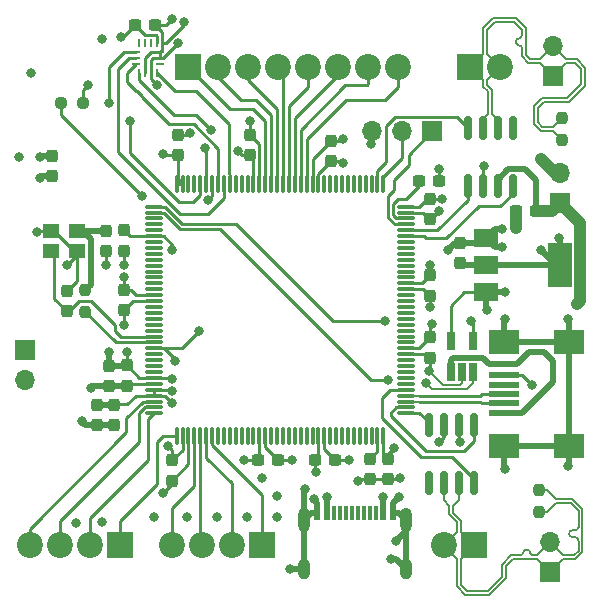
<source format=gbr>
%TF.GenerationSoftware,KiCad,Pcbnew,7.0.7*%
%TF.CreationDate,2024-03-18T15:08:08-05:00*%
%TF.ProjectId,rev2,72657632-2e6b-4696-9361-645f70636258,rev?*%
%TF.SameCoordinates,Original*%
%TF.FileFunction,Copper,L1,Top*%
%TF.FilePolarity,Positive*%
%FSLAX46Y46*%
G04 Gerber Fmt 4.6, Leading zero omitted, Abs format (unit mm)*
G04 Created by KiCad (PCBNEW 7.0.7) date 2024-03-18 15:08:08*
%MOMM*%
%LPD*%
G01*
G04 APERTURE LIST*
G04 Aperture macros list*
%AMRoundRect*
0 Rectangle with rounded corners*
0 $1 Rounding radius*
0 $2 $3 $4 $5 $6 $7 $8 $9 X,Y pos of 4 corners*
0 Add a 4 corners polygon primitive as box body*
4,1,4,$2,$3,$4,$5,$6,$7,$8,$9,$2,$3,0*
0 Add four circle primitives for the rounded corners*
1,1,$1+$1,$2,$3*
1,1,$1+$1,$4,$5*
1,1,$1+$1,$6,$7*
1,1,$1+$1,$8,$9*
0 Add four rect primitives between the rounded corners*
20,1,$1+$1,$2,$3,$4,$5,0*
20,1,$1+$1,$4,$5,$6,$7,0*
20,1,$1+$1,$6,$7,$8,$9,0*
20,1,$1+$1,$8,$9,$2,$3,0*%
G04 Aperture macros list end*
%TA.AperFunction,SMDPad,CuDef*%
%ADD10RoundRect,0.075000X-0.662500X-0.075000X0.662500X-0.075000X0.662500X0.075000X-0.662500X0.075000X0*%
%TD*%
%TA.AperFunction,SMDPad,CuDef*%
%ADD11RoundRect,0.075000X-0.075000X-0.662500X0.075000X-0.662500X0.075000X0.662500X-0.075000X0.662500X0*%
%TD*%
%TA.AperFunction,SMDPad,CuDef*%
%ADD12RoundRect,0.237500X-0.237500X0.300000X-0.237500X-0.300000X0.237500X-0.300000X0.237500X0.300000X0*%
%TD*%
%TA.AperFunction,SMDPad,CuDef*%
%ADD13RoundRect,0.237500X0.237500X-0.300000X0.237500X0.300000X-0.237500X0.300000X-0.237500X-0.300000X0*%
%TD*%
%TA.AperFunction,SMDPad,CuDef*%
%ADD14RoundRect,0.237500X-0.250000X-0.237500X0.250000X-0.237500X0.250000X0.237500X-0.250000X0.237500X0*%
%TD*%
%TA.AperFunction,SMDPad,CuDef*%
%ADD15R,2.500000X0.500000*%
%TD*%
%TA.AperFunction,SMDPad,CuDef*%
%ADD16R,2.500000X2.000000*%
%TD*%
%TA.AperFunction,SMDPad,CuDef*%
%ADD17RoundRect,0.150000X0.150000X-0.825000X0.150000X0.825000X-0.150000X0.825000X-0.150000X-0.825000X0*%
%TD*%
%TA.AperFunction,SMDPad,CuDef*%
%ADD18RoundRect,0.237500X-0.237500X0.250000X-0.237500X-0.250000X0.237500X-0.250000X0.237500X0.250000X0*%
%TD*%
%TA.AperFunction,SMDPad,CuDef*%
%ADD19RoundRect,0.237500X0.300000X0.237500X-0.300000X0.237500X-0.300000X-0.237500X0.300000X-0.237500X0*%
%TD*%
%TA.AperFunction,SMDPad,CuDef*%
%ADD20R,1.400000X1.200000*%
%TD*%
%TA.AperFunction,SMDPad,CuDef*%
%ADD21R,2.000000X1.500000*%
%TD*%
%TA.AperFunction,SMDPad,CuDef*%
%ADD22R,2.000000X3.800000*%
%TD*%
%TA.AperFunction,SMDPad,CuDef*%
%ADD23RoundRect,0.237500X-0.300000X-0.237500X0.300000X-0.237500X0.300000X0.237500X-0.300000X0.237500X0*%
%TD*%
%TA.AperFunction,SMDPad,CuDef*%
%ADD24R,0.650000X1.560000*%
%TD*%
%TA.AperFunction,SMDPad,CuDef*%
%ADD25RoundRect,0.150000X-0.150000X0.825000X-0.150000X-0.825000X0.150000X-0.825000X0.150000X0.825000X0*%
%TD*%
%TA.AperFunction,SMDPad,CuDef*%
%ADD26RoundRect,0.237500X0.237500X-0.250000X0.237500X0.250000X-0.237500X0.250000X-0.237500X-0.250000X0*%
%TD*%
%TA.AperFunction,SMDPad,CuDef*%
%ADD27R,0.300000X1.150000*%
%TD*%
%TA.AperFunction,SMDPad,CuDef*%
%ADD28R,0.600000X1.150000*%
%TD*%
%TA.AperFunction,ComponentPad*%
%ADD29O,1.000000X2.100000*%
%TD*%
%TA.AperFunction,ComponentPad*%
%ADD30O,1.000000X1.800000*%
%TD*%
%TA.AperFunction,SMDPad,CuDef*%
%ADD31R,0.250000X0.675000*%
%TD*%
%TA.AperFunction,SMDPad,CuDef*%
%ADD32R,0.675000X0.250000*%
%TD*%
%TA.AperFunction,ComponentPad*%
%ADD33R,2.200000X2.200000*%
%TD*%
%TA.AperFunction,ComponentPad*%
%ADD34C,2.200000*%
%TD*%
%TA.AperFunction,ComponentPad*%
%ADD35R,1.700000X1.700000*%
%TD*%
%TA.AperFunction,ComponentPad*%
%ADD36O,1.700000X1.700000*%
%TD*%
%TA.AperFunction,ViaPad*%
%ADD37C,0.800000*%
%TD*%
%TA.AperFunction,Conductor*%
%ADD38C,0.250000*%
%TD*%
%TA.AperFunction,Conductor*%
%ADD39C,0.500000*%
%TD*%
%TA.AperFunction,Conductor*%
%ADD40C,0.127000*%
%TD*%
%TA.AperFunction,Conductor*%
%ADD41C,1.000000*%
%TD*%
%TA.AperFunction,Conductor*%
%ADD42C,0.200000*%
%TD*%
%TA.AperFunction,Conductor*%
%ADD43C,0.286000*%
%TD*%
%TA.AperFunction,Conductor*%
%ADD44C,0.129300*%
%TD*%
%TA.AperFunction,Conductor*%
%ADD45C,0.350000*%
%TD*%
G04 APERTURE END LIST*
D10*
%TO.P,U1,1,PE2*%
%TO.N,/STMPS2151STR_EN*%
X123195500Y-90310000D03*
%TO.P,U1,2,PE3*%
%TO.N,/STMPS2151STR_FAULT*%
X123195500Y-90810000D03*
%TO.P,U1,3,PE4*%
%TO.N,unconnected-(U1-PE4-Pad3)*%
X123195500Y-91310000D03*
%TO.P,U1,4,PE5*%
%TO.N,unconnected-(U1-PE5-Pad4)*%
X123195500Y-91810000D03*
%TO.P,U1,5,PE6*%
%TO.N,unconnected-(U1-PE6-Pad5)*%
X123195500Y-92310000D03*
%TO.P,U1,6,VBAT*%
%TO.N,+3.3V*%
X123195500Y-92810000D03*
%TO.P,U1,7,PC13*%
%TO.N,unconnected-(U1-PC13-Pad7)*%
X123195500Y-93310000D03*
%TO.P,U1,8,PC14*%
%TO.N,unconnected-(U1-PC14-Pad8)*%
X123195500Y-93810000D03*
%TO.P,U1,9,PC15*%
%TO.N,unconnected-(U1-PC15-Pad9)*%
X123195500Y-94310000D03*
%TO.P,U1,10,PF0*%
%TO.N,unconnected-(U1-PF0-Pad10)*%
X123195500Y-94810000D03*
%TO.P,U1,11,PF1*%
%TO.N,unconnected-(U1-PF1-Pad11)*%
X123195500Y-95310000D03*
%TO.P,U1,12,PF2*%
%TO.N,unconnected-(U1-PF2-Pad12)*%
X123195500Y-95810000D03*
%TO.P,U1,13,PF3*%
%TO.N,unconnected-(U1-PF3-Pad13)*%
X123195500Y-96310000D03*
%TO.P,U1,14,PF4*%
%TO.N,unconnected-(U1-PF4-Pad14)*%
X123195500Y-96810000D03*
%TO.P,U1,15,PF5*%
%TO.N,unconnected-(U1-PF5-Pad15)*%
X123195500Y-97310000D03*
%TO.P,U1,16,VSS*%
%TO.N,GND*%
X123195500Y-97810000D03*
%TO.P,U1,17,VDD*%
%TO.N,+3.3V*%
X123195500Y-98310000D03*
%TO.P,U1,18,PF6*%
%TO.N,unconnected-(U1-PF6-Pad18)*%
X123195500Y-98810000D03*
%TO.P,U1,19,PF7*%
%TO.N,unconnected-(U1-PF7-Pad19)*%
X123195500Y-99310000D03*
%TO.P,U1,20,PF8*%
%TO.N,unconnected-(U1-PF8-Pad20)*%
X123195500Y-99810000D03*
%TO.P,U1,21,PF9*%
%TO.N,unconnected-(U1-PF9-Pad21)*%
X123195500Y-100310000D03*
%TO.P,U1,22,PF10*%
%TO.N,unconnected-(U1-PF10-Pad22)*%
X123195500Y-100810000D03*
%TO.P,U1,23,PH0*%
%TO.N,/HSE_IN*%
X123195500Y-101310000D03*
%TO.P,U1,24,PH1*%
%TO.N,/HSE_OUT*%
X123195500Y-101810000D03*
%TO.P,U1,25,NRST*%
%TO.N,NRST*%
X123195500Y-102310000D03*
%TO.P,U1,26,PC0*%
%TO.N,unconnected-(U1-PC0-Pad26)*%
X123195500Y-102810000D03*
%TO.P,U1,27,PC1*%
%TO.N,unconnected-(U1-PC1-Pad27)*%
X123195500Y-103310000D03*
%TO.P,U1,28,PC2*%
%TO.N,unconnected-(U1-PC2-Pad28)*%
X123195500Y-103810000D03*
%TO.P,U1,29,PC3*%
%TO.N,unconnected-(U1-PC3-Pad29)*%
X123195500Y-104310000D03*
%TO.P,U1,30,VDD*%
%TO.N,+3.3V*%
X123195500Y-104810000D03*
%TO.P,U1,31,VSSA*%
%TO.N,GND*%
X123195500Y-105310000D03*
%TO.P,U1,32,VREF+*%
%TO.N,+3.3V*%
X123195500Y-105810000D03*
%TO.P,U1,33,VDDA*%
X123195500Y-106310000D03*
%TO.P,U1,34,PA0*%
%TO.N,linpot1*%
X123195500Y-106810000D03*
%TO.P,U1,35,PA1*%
%TO.N,linpot2*%
X123195500Y-107310000D03*
%TO.P,U1,36,PA2*%
%TO.N,linpot3*%
X123195500Y-107810000D03*
D11*
%TO.P,U1,37,PA3*%
%TO.N,linpot4*%
X125108000Y-109722500D03*
%TO.P,U1,38,VSS*%
%TO.N,GND*%
X125608000Y-109722500D03*
%TO.P,U1,39,VDD*%
%TO.N,+3.3V*%
X126108000Y-109722500D03*
%TO.P,U1,40,PA4*%
%TO.N,A1*%
X126608000Y-109722500D03*
%TO.P,U1,41,PA5*%
%TO.N,A2*%
X127108000Y-109722500D03*
%TO.P,U1,42,PA6*%
%TO.N,A3*%
X127608000Y-109722500D03*
%TO.P,U1,43,PA7*%
%TO.N,A4*%
X128108000Y-109722500D03*
%TO.P,U1,44,PC4*%
%TO.N,unconnected-(U1-PC4-Pad44)*%
X128608000Y-109722500D03*
%TO.P,U1,45,PC5*%
%TO.N,unconnected-(U1-PC5-Pad45)*%
X129108000Y-109722500D03*
%TO.P,U1,46,PB0*%
%TO.N,unconnected-(U1-PB0-Pad46)*%
X129608000Y-109722500D03*
%TO.P,U1,47,PB1*%
%TO.N,unconnected-(U1-PB1-Pad47)*%
X130108000Y-109722500D03*
%TO.P,U1,48,PB2*%
%TO.N,unconnected-(U1-PB2-Pad48)*%
X130608000Y-109722500D03*
%TO.P,U1,49,PF11*%
%TO.N,unconnected-(U1-PF11-Pad49)*%
X131108000Y-109722500D03*
%TO.P,U1,50,PF12*%
%TO.N,unconnected-(U1-PF12-Pad50)*%
X131608000Y-109722500D03*
%TO.P,U1,51,VSS*%
%TO.N,GND*%
X132108000Y-109722500D03*
%TO.P,U1,52,VDD*%
%TO.N,+3.3V*%
X132608000Y-109722500D03*
%TO.P,U1,53,PF13*%
%TO.N,unconnected-(U1-PF13-Pad53)*%
X133108000Y-109722500D03*
%TO.P,U1,54,PF14*%
%TO.N,unconnected-(U1-PF14-Pad54)*%
X133608000Y-109722500D03*
%TO.P,U1,55,PF15*%
%TO.N,unconnected-(U1-PF15-Pad55)*%
X134108000Y-109722500D03*
%TO.P,U1,56,PG0*%
%TO.N,unconnected-(U1-PG0-Pad56)*%
X134608000Y-109722500D03*
%TO.P,U1,57,PG1*%
%TO.N,unconnected-(U1-PG1-Pad57)*%
X135108000Y-109722500D03*
%TO.P,U1,58,PE7*%
%TO.N,unconnected-(U1-PE7-Pad58)*%
X135608000Y-109722500D03*
%TO.P,U1,59,PE8*%
%TO.N,unconnected-(U1-PE8-Pad59)*%
X136108000Y-109722500D03*
%TO.P,U1,60,PE9*%
%TO.N,unconnected-(U1-PE9-Pad60)*%
X136608000Y-109722500D03*
%TO.P,U1,61,VSS*%
%TO.N,GND*%
X137108000Y-109722500D03*
%TO.P,U1,62,VDD*%
%TO.N,+3.3V*%
X137608000Y-109722500D03*
%TO.P,U1,63,PE10*%
%TO.N,unconnected-(U1-PE10-Pad63)*%
X138108000Y-109722500D03*
%TO.P,U1,64,PE11*%
%TO.N,unconnected-(U1-PE11-Pad64)*%
X138608000Y-109722500D03*
%TO.P,U1,65,PE12*%
%TO.N,unconnected-(U1-PE12-Pad65)*%
X139108000Y-109722500D03*
%TO.P,U1,66,PE13*%
%TO.N,unconnected-(U1-PE13-Pad66)*%
X139608000Y-109722500D03*
%TO.P,U1,67,PE14*%
%TO.N,unconnected-(U1-PE14-Pad67)*%
X140108000Y-109722500D03*
%TO.P,U1,68,PE15*%
%TO.N,unconnected-(U1-PE15-Pad68)*%
X140608000Y-109722500D03*
%TO.P,U1,69,PB10*%
%TO.N,unconnected-(U1-PB10-Pad69)*%
X141108000Y-109722500D03*
%TO.P,U1,70,PB11*%
%TO.N,unconnected-(U1-PB11-Pad70)*%
X141608000Y-109722500D03*
%TO.P,U1,71,VCAP_1*%
%TO.N,Net-(U1-VCAP_1)*%
X142108000Y-109722500D03*
%TO.P,U1,72,VDD*%
%TO.N,+3.3V*%
X142608000Y-109722500D03*
D10*
%TO.P,U1,73,PB12*%
%TO.N,CAN2_RX*%
X144520500Y-107810000D03*
%TO.P,U1,74,PB13*%
%TO.N,CAN2_TX*%
X144520500Y-107310000D03*
%TO.P,U1,75,PB14*%
%TO.N,USB-*%
X144520500Y-106810000D03*
%TO.P,U1,76,PB15*%
%TO.N,USB+*%
X144520500Y-106310000D03*
%TO.P,U1,77,PD8*%
%TO.N,/Silent Mode 2*%
X144520500Y-105810000D03*
%TO.P,U1,78,PD9*%
%TO.N,unconnected-(U1-PD9-Pad78)*%
X144520500Y-105310000D03*
%TO.P,U1,79,PD10*%
%TO.N,unconnected-(U1-PD10-Pad79)*%
X144520500Y-104810000D03*
%TO.P,U1,80,PD11*%
%TO.N,unconnected-(U1-PD11-Pad80)*%
X144520500Y-104310000D03*
%TO.P,U1,81,PD12*%
%TO.N,unconnected-(U1-PD12-Pad81)*%
X144520500Y-103810000D03*
%TO.P,U1,82,PD13*%
%TO.N,unconnected-(U1-PD13-Pad82)*%
X144520500Y-103310000D03*
%TO.P,U1,83,VSS*%
%TO.N,GND*%
X144520500Y-102810000D03*
%TO.P,U1,84,VDD*%
%TO.N,+3.3V*%
X144520500Y-102310000D03*
%TO.P,U1,85,PD14*%
%TO.N,unconnected-(U1-PD14-Pad85)*%
X144520500Y-101810000D03*
%TO.P,U1,86,PD15*%
%TO.N,unconnected-(U1-PD15-Pad86)*%
X144520500Y-101310000D03*
%TO.P,U1,87,PG2*%
%TO.N,unconnected-(U1-PG2-Pad87)*%
X144520500Y-100810000D03*
%TO.P,U1,88,PG3*%
%TO.N,unconnected-(U1-PG3-Pad88)*%
X144520500Y-100310000D03*
%TO.P,U1,89,PG4*%
%TO.N,unconnected-(U1-PG4-Pad89)*%
X144520500Y-99810000D03*
%TO.P,U1,90,PG5*%
%TO.N,unconnected-(U1-PG5-Pad90)*%
X144520500Y-99310000D03*
%TO.P,U1,91,PG6*%
%TO.N,unconnected-(U1-PG6-Pad91)*%
X144520500Y-98810000D03*
%TO.P,U1,92,PG7*%
%TO.N,unconnected-(U1-PG7-Pad92)*%
X144520500Y-98310000D03*
%TO.P,U1,93,PG8*%
%TO.N,unconnected-(U1-PG8-Pad93)*%
X144520500Y-97810000D03*
%TO.P,U1,94,VSS*%
%TO.N,GND*%
X144520500Y-97310000D03*
%TO.P,U1,95,VDD*%
%TO.N,+3.3V*%
X144520500Y-96810000D03*
%TO.P,U1,96,PC6*%
%TO.N,unconnected-(U1-PC6-Pad96)*%
X144520500Y-96310000D03*
%TO.P,U1,97,PC7*%
%TO.N,unconnected-(U1-PC7-Pad97)*%
X144520500Y-95810000D03*
%TO.P,U1,98,PC8*%
%TO.N,unconnected-(U1-PC8-Pad98)*%
X144520500Y-95310000D03*
%TO.P,U1,99,PC9*%
%TO.N,unconnected-(U1-PC9-Pad99)*%
X144520500Y-94810000D03*
%TO.P,U1,100,PA8*%
%TO.N,unconnected-(U1-PA8-Pad100)*%
X144520500Y-94310000D03*
%TO.P,U1,101,PA9*%
%TO.N,unconnected-(U1-PA9-Pad101)*%
X144520500Y-93810000D03*
%TO.P,U1,102,PA10*%
%TO.N,unconnected-(U1-PA10-Pad102)*%
X144520500Y-93310000D03*
%TO.P,U1,103,PA11*%
%TO.N,CAN1_RX*%
X144520500Y-92810000D03*
%TO.P,U1,104,PA12*%
%TO.N,CAN1_TX*%
X144520500Y-92310000D03*
%TO.P,U1,105,PA13*%
%TO.N,SYS_JTMS_SWDIO*%
X144520500Y-91810000D03*
%TO.P,U1,106,VCAP_2*%
%TO.N,Net-(U1-VCAP_2)*%
X144520500Y-91310000D03*
%TO.P,U1,107,VSS*%
%TO.N,GND*%
X144520500Y-90810000D03*
%TO.P,U1,108,VDD*%
%TO.N,+3.3V*%
X144520500Y-90310000D03*
D11*
%TO.P,U1,109,PA14*%
%TO.N,SYS_JTCK_SWCLK*%
X142608000Y-88397500D03*
%TO.P,U1,110,PA15*%
%TO.N,/Silent Mode 1*%
X142108000Y-88397500D03*
%TO.P,U1,111,PC10*%
%TO.N,unconnected-(U1-PC10-Pad111)*%
X141608000Y-88397500D03*
%TO.P,U1,112,PC11*%
%TO.N,unconnected-(U1-PC11-Pad112)*%
X141108000Y-88397500D03*
%TO.P,U1,113,PC12*%
%TO.N,unconnected-(U1-PC12-Pad113)*%
X140608000Y-88397500D03*
%TO.P,U1,114,PD0*%
%TO.N,unconnected-(U1-PD0-Pad114)*%
X140108000Y-88397500D03*
%TO.P,U1,115,PD1*%
%TO.N,unconnected-(U1-PD1-Pad115)*%
X139608000Y-88397500D03*
%TO.P,U1,116,PD2*%
%TO.N,unconnected-(U1-PD2-Pad116)*%
X139108000Y-88397500D03*
%TO.P,U1,117,PD3*%
%TO.N,unconnected-(U1-PD3-Pad117)*%
X138608000Y-88397500D03*
%TO.P,U1,118,PD4*%
%TO.N,unconnected-(U1-PD4-Pad118)*%
X138108000Y-88397500D03*
%TO.P,U1,119,PD5*%
%TO.N,unconnected-(U1-PD5-Pad119)*%
X137608000Y-88397500D03*
%TO.P,U1,120,VSS*%
%TO.N,GND*%
X137108000Y-88397500D03*
%TO.P,U1,121,VDD*%
%TO.N,+3.3V*%
X136608000Y-88397500D03*
%TO.P,U1,122,PD6*%
%TO.N,GPIO7*%
X136108000Y-88397500D03*
%TO.P,U1,123,PD7*%
%TO.N,GPIO8*%
X135608000Y-88397500D03*
%TO.P,U1,124,PG9*%
%TO.N,GPIO1*%
X135108000Y-88397500D03*
%TO.P,U1,125,PG10*%
%TO.N,GPIO2*%
X134608000Y-88397500D03*
%TO.P,U1,126,PG11*%
%TO.N,GPIO3*%
X134108000Y-88397500D03*
%TO.P,U1,127,PG12*%
%TO.N,GPIO4*%
X133608000Y-88397500D03*
%TO.P,U1,128,PG13*%
%TO.N,GPIO5*%
X133108000Y-88397500D03*
%TO.P,U1,129,PG14*%
%TO.N,GPIO6*%
X132608000Y-88397500D03*
%TO.P,U1,130,VSS*%
%TO.N,GND*%
X132108000Y-88397500D03*
%TO.P,U1,131,VDD*%
%TO.N,+3.3V*%
X131608000Y-88397500D03*
%TO.P,U1,132,PG15*%
%TO.N,unconnected-(U1-PG15-Pad132)*%
X131108000Y-88397500D03*
%TO.P,U1,133,PB3*%
%TO.N,SYS_JTDO_SWO*%
X130608000Y-88397500D03*
%TO.P,U1,134,PB4*%
%TO.N,unconnected-(U1-PB4-Pad134)*%
X130108000Y-88397500D03*
%TO.P,U1,135,PB5*%
%TO.N,/INT1*%
X129608000Y-88397500D03*
%TO.P,U1,136,PB6*%
%TO.N,/LSM_SCL*%
X129108000Y-88397500D03*
%TO.P,U1,137,PB7*%
%TO.N,/LSM_SDA*%
X128608000Y-88397500D03*
%TO.P,U1,138,BOOT0*%
%TO.N,BOOT0*%
X128108000Y-88397500D03*
%TO.P,U1,139,PB8*%
%TO.N,/LSM_SDO*%
X127608000Y-88397500D03*
%TO.P,U1,140,PB9*%
%TO.N,/LSM_CS*%
X127108000Y-88397500D03*
%TO.P,U1,141,PE0*%
%TO.N,unconnected-(U1-PE0-Pad141)*%
X126608000Y-88397500D03*
%TO.P,U1,142,PE1*%
%TO.N,unconnected-(U1-PE1-Pad142)*%
X126108000Y-88397500D03*
%TO.P,U1,143,PDR_ON*%
%TO.N,+3.3V*%
X125608000Y-88397500D03*
%TO.P,U1,144,VDD*%
X125108000Y-88397500D03*
%TD*%
D12*
%TO.P,C46,1*%
%TO.N,+3.3V*%
X146552500Y-101387500D03*
%TO.P,C46,2*%
%TO.N,GND*%
X146552500Y-103112500D03*
%TD*%
D13*
%TO.P,C45,1*%
%TO.N,+3.3V*%
X131318000Y-85952500D03*
%TO.P,C45,2*%
%TO.N,GND*%
X131318000Y-84227500D03*
%TD*%
%TO.P,C26,1*%
%TO.N,/HSE_IN*%
X115824000Y-99160500D03*
%TO.P,C26,2*%
%TO.N,GND*%
X115824000Y-97435500D03*
%TD*%
D14*
%TO.P,R1,1*%
%TO.N,BOOT0*%
X115316000Y-81534000D03*
%TO.P,R1,2*%
%TO.N,Net-(SW2-B)*%
X117141000Y-81534000D03*
%TD*%
D15*
%TO.P,J8,1,VBUS*%
%TO.N,/VBUS1*%
X152839000Y-107772000D03*
%TO.P,J8,2,D-*%
%TO.N,USB-*%
X152839000Y-106972000D03*
%TO.P,J8,3,D+*%
%TO.N,USB+*%
X152839000Y-106172000D03*
%TO.P,J8,4,ID*%
%TO.N,unconnected-(J8-ID-Pad4)*%
X152839000Y-105372000D03*
%TO.P,J8,5,GND*%
%TO.N,GND*%
X152839000Y-104572000D03*
D16*
%TO.P,J8,6,Shield*%
X152839000Y-110572000D03*
X158339000Y-110572000D03*
X152839000Y-101772000D03*
X158339000Y-101772000D03*
%TD*%
D13*
%TO.P,C38,1*%
%TO.N,+3.3V*%
X120650000Y-99060000D03*
%TO.P,C38,2*%
%TO.N,GND*%
X120650000Y-97335000D03*
%TD*%
D17*
%TO.P,U2,1,TXD*%
%TO.N,CAN1_TX*%
X149733000Y-88581000D03*
%TO.P,U2,2,GND*%
%TO.N,GND*%
X151003000Y-88581000D03*
%TO.P,U2,3,VCC*%
%TO.N,+5V*%
X152273000Y-88581000D03*
%TO.P,U2,4,RXD*%
%TO.N,CAN1_RX*%
X153543000Y-88581000D03*
%TO.P,U2,5,NC*%
%TO.N,unconnected-(U2-NC-Pad5)*%
X153543000Y-83631000D03*
%TO.P,U2,6,CANL*%
%TO.N,/CAN1-*%
X152273000Y-83631000D03*
%TO.P,U2,7,CANH*%
%TO.N,/CAN1+*%
X151003000Y-83631000D03*
%TO.P,U2,8,S*%
%TO.N,/Silent Mode 1*%
X149733000Y-83631000D03*
%TD*%
D13*
%TO.P,C29,1*%
%TO.N,+3.3V*%
X149098000Y-95096500D03*
%TO.P,C29,2*%
%TO.N,GND*%
X149098000Y-93371500D03*
%TD*%
D18*
%TO.P,R5,1*%
%TO.N,/CAN2-*%
X155750000Y-114337500D03*
%TO.P,R5,2*%
%TO.N,/CAN2+*%
X155750000Y-116162500D03*
%TD*%
D19*
%TO.P,C44,1*%
%TO.N,+3.3V*%
X138525000Y-111732000D03*
%TO.P,C44,2*%
%TO.N,GND*%
X136800000Y-111732000D03*
%TD*%
D12*
%TO.P,C49,1*%
%TO.N,+3.3V*%
X119837200Y-107087500D03*
%TO.P,C49,2*%
%TO.N,GND*%
X119837200Y-108812500D03*
%TD*%
D20*
%TO.P,Y1,1,1*%
%TO.N,/HSE_IN*%
X114470000Y-94068000D03*
%TO.P,Y1,2,2*%
%TO.N,GND*%
X116670000Y-94068000D03*
%TO.P,Y1,3,3*%
%TO.N,Net-(C27-Pad1)*%
X116670000Y-92368000D03*
%TO.P,Y1,4,4*%
%TO.N,GND*%
X114470000Y-92368000D03*
%TD*%
D13*
%TO.P,C32,1*%
%TO.N,+3.3V*%
X125222000Y-85952500D03*
%TO.P,C32,2*%
%TO.N,GND*%
X125222000Y-84227500D03*
%TD*%
D19*
%TO.P,C28,1*%
%TO.N,+5V*%
X155548500Y-90678000D03*
%TO.P,C28,2*%
%TO.N,GND*%
X153823500Y-90678000D03*
%TD*%
D12*
%TO.P,C41,1*%
%TO.N,+3.3V*%
X146552500Y-96137500D03*
%TO.P,C41,2*%
%TO.N,GND*%
X146552500Y-97862500D03*
%TD*%
D21*
%TO.P,U5,1,GND*%
%TO.N,GND*%
X151282000Y-92950000D03*
%TO.P,U5,2,VO*%
%TO.N,+3.3V*%
X151282000Y-95250000D03*
D22*
X157582000Y-95250000D03*
D21*
%TO.P,U5,3,VI*%
%TO.N,+5V*%
X151282000Y-97550000D03*
%TD*%
D19*
%TO.P,C24,1*%
%TO.N,GND*%
X123290500Y-74930000D03*
%TO.P,C24,2*%
%TO.N,+3.3V*%
X121565500Y-74930000D03*
%TD*%
D23*
%TO.P,C22,1*%
%TO.N,Net-(U1-VCAP_2)*%
X145589500Y-88110000D03*
%TO.P,C22,2*%
%TO.N,GND*%
X147314500Y-88110000D03*
%TD*%
D12*
%TO.P,C30,1*%
%TO.N,+3.3V*%
X146558000Y-89637500D03*
%TO.P,C30,2*%
%TO.N,GND*%
X146558000Y-91362500D03*
%TD*%
%TO.P,C21,1*%
%TO.N,Net-(U1-VCAP_1)*%
X141478000Y-111659500D03*
%TO.P,C21,2*%
%TO.N,GND*%
X141478000Y-113384500D03*
%TD*%
D13*
%TO.P,C42,1*%
%TO.N,+3.3V*%
X124714000Y-113511500D03*
%TO.P,C42,2*%
%TO.N,GND*%
X124714000Y-111786500D03*
%TD*%
D19*
%TO.P,C33,1*%
%TO.N,+3.3V*%
X133699000Y-111732000D03*
%TO.P,C33,2*%
%TO.N,GND*%
X131974000Y-111732000D03*
%TD*%
D12*
%TO.P,C48,1*%
%TO.N,+3.3V*%
X118364000Y-107087500D03*
%TO.P,C48,2*%
%TO.N,GND*%
X118364000Y-108812500D03*
%TD*%
%TO.P,C39,1*%
%TO.N,+3.3V*%
X120898500Y-103757500D03*
%TO.P,C39,2*%
%TO.N,GND*%
X120898500Y-105482500D03*
%TD*%
D13*
%TO.P,C23,1*%
%TO.N,NRST*%
X114554000Y-87730500D03*
%TO.P,C23,2*%
%TO.N,GND*%
X114554000Y-86005500D03*
%TD*%
D12*
%TO.P,C31,1*%
%TO.N,+3.3V*%
X120644500Y-92327500D03*
%TO.P,C31,2*%
%TO.N,GND*%
X120644500Y-94052500D03*
%TD*%
%TO.P,C43,1*%
%TO.N,+3.3V*%
X143002000Y-111659500D03*
%TO.P,C43,2*%
%TO.N,GND*%
X143002000Y-113384500D03*
%TD*%
D24*
%TO.P,U6,1,OUT*%
%TO.N,/VBUS1*%
X148300000Y-104350000D03*
%TO.P,U6,2,GND*%
%TO.N,GND*%
X149250000Y-104350000D03*
%TO.P,U6,3,FAULT*%
%TO.N,/STMPS2151STR_FAULT*%
X150200000Y-104350000D03*
%TO.P,U6,4,EN*%
%TO.N,/STMPS2151STR_EN*%
X150200000Y-101650000D03*
%TO.P,U6,5,VIN*%
%TO.N,+5V*%
X148300000Y-101650000D03*
%TD*%
D12*
%TO.P,C40,1*%
%TO.N,+3.3V*%
X138176000Y-84735500D03*
%TO.P,C40,2*%
%TO.N,GND*%
X138176000Y-86460500D03*
%TD*%
D25*
%TO.P,U3,1,TXD*%
%TO.N,CAN2_TX*%
X150241000Y-108777000D03*
%TO.P,U3,2,GND*%
%TO.N,GND*%
X148971000Y-108777000D03*
%TO.P,U3,3,VCC*%
%TO.N,+5V*%
X147701000Y-108777000D03*
%TO.P,U3,4,RXD*%
%TO.N,CAN2_RX*%
X146431000Y-108777000D03*
%TO.P,U3,5,NC*%
%TO.N,unconnected-(U3-NC-Pad5)*%
X146431000Y-113727000D03*
%TO.P,U3,6,CANL*%
%TO.N,/CAN2-*%
X147701000Y-113727000D03*
%TO.P,U3,7,CANH*%
%TO.N,/CAN2+*%
X148971000Y-113727000D03*
%TO.P,U3,8,S*%
%TO.N,/Silent Mode 2*%
X150241000Y-113727000D03*
%TD*%
D26*
%TO.P,R4,1*%
%TO.N,/CAN1-*%
X157750000Y-84662500D03*
%TO.P,R4,2*%
%TO.N,/CAN1+*%
X157750000Y-82837500D03*
%TD*%
%TO.P,R3,1*%
%TO.N,/HSE_OUT*%
X117348000Y-99210500D03*
%TO.P,R3,2*%
%TO.N,Net-(C27-Pad1)*%
X117348000Y-97385500D03*
%TD*%
D12*
%TO.P,C47,1*%
%TO.N,+3.3V*%
X119380000Y-103785500D03*
%TO.P,C47,2*%
%TO.N,GND*%
X119380000Y-105510500D03*
%TD*%
%TO.P,C27,1*%
%TO.N,Net-(C27-Pad1)*%
X119126000Y-92355500D03*
%TO.P,C27,2*%
%TO.N,GND*%
X119126000Y-94080500D03*
%TD*%
D27*
%TO.P,J9,A5,CC1*%
%TO.N,unconnected-(J9-CC1-PadA5)*%
X138958000Y-116244000D03*
%TO.P,J9,A6*%
%TO.N,N/C*%
X139958000Y-116244000D03*
%TO.P,J9,A7*%
X140458000Y-116244000D03*
%TO.P,J9,A8*%
X141458000Y-116244000D03*
D28*
%TO.P,J9,A9,VBUS*%
%TO.N,+5V*%
X142608000Y-116244000D03*
%TO.P,J9,A12,GND*%
%TO.N,GND*%
X143408000Y-116244000D03*
D27*
%TO.P,J9,B5,CC2*%
%TO.N,unconnected-(J9-CC2-PadB5)*%
X141958000Y-116244000D03*
%TO.P,J9,B6*%
%TO.N,N/C*%
X140958000Y-116244000D03*
%TO.P,J9,B7*%
X139458000Y-116244000D03*
%TO.P,J9,B8*%
X138458000Y-116244000D03*
D28*
%TO.P,J9,B9,VBUS*%
%TO.N,+5V*%
X137808000Y-116244000D03*
%TO.P,J9,B12,GND*%
%TO.N,GND*%
X137008000Y-116244000D03*
D29*
%TO.P,J9,S1,SHIELD*%
X135888000Y-116819000D03*
D30*
X135888000Y-120999000D03*
D29*
X144528000Y-116819000D03*
D30*
X144528000Y-120999000D03*
%TD*%
D31*
%TO.P,U4,1,SD0*%
%TO.N,/LSM_SDO*%
X121932000Y-78986500D03*
%TO.P,U4,2,SDX*%
%TO.N,GND*%
X122432000Y-78986500D03*
%TO.P,U4,3,SCX*%
X122932000Y-78986500D03*
%TO.P,U4,4,INT1*%
%TO.N,/INT1*%
X123432000Y-78986500D03*
D32*
%TO.P,U4,5,VDDIO*%
%TO.N,unconnected-(U4-VDDIO-Pad5)*%
X123694500Y-78224000D03*
%TO.P,U4,6,GND*%
%TO.N,GND*%
X123694500Y-77724000D03*
%TO.P,U4,7,GND*%
X123694500Y-77224000D03*
D31*
%TO.P,U4,8,VDD*%
%TO.N,+3.3V*%
X123432000Y-76461500D03*
%TO.P,U4,9,INT2*%
%TO.N,unconnected-(U4-INT2-Pad9)*%
X122932000Y-76461500D03*
%TO.P,U4,10,OCS_AUX*%
%TO.N,unconnected-(U4-OCS_AUX-Pad10)*%
X122432000Y-76461500D03*
%TO.P,U4,11,SDO_AUX*%
%TO.N,unconnected-(U4-SDO_AUX-Pad11)*%
X121932000Y-76461500D03*
D32*
%TO.P,U4,12,CS*%
%TO.N,/LSM_CS*%
X121669500Y-77224000D03*
%TO.P,U4,13,SCL*%
%TO.N,/LSM_SCL*%
X121669500Y-77724000D03*
%TO.P,U4,14,SDA*%
%TO.N,/LSM_SDA*%
X121669500Y-78224000D03*
%TD*%
D33*
%TO.P,J2,1,Pin_1*%
%TO.N,/CAN1+*%
X149980000Y-78500000D03*
D34*
%TO.P,J2,2,Pin_2*%
%TO.N,/CAN1-*%
X152520000Y-78500000D03*
%TD*%
D35*
%TO.P,J3,1,Pin_1*%
%TO.N,/CAN2-*%
X156750000Y-121275000D03*
D36*
%TO.P,J3,2,Pin_2*%
%TO.N,/CAN2+*%
X156750000Y-118735000D03*
%TD*%
D33*
%TO.P,J6,1,Pin_1*%
%TO.N,linpot4*%
X120269000Y-118999000D03*
D34*
%TO.P,J6,2,Pin_2*%
%TO.N,linpot3*%
X117729000Y-118999000D03*
%TO.P,J6,3,Pin_3*%
%TO.N,linpot2*%
X115189000Y-118999000D03*
%TO.P,J6,4,Pin_4*%
%TO.N,linpot1*%
X112649000Y-118999000D03*
%TD*%
D35*
%TO.P,J5,1,Pin_1*%
%TO.N,+3.3V*%
X112268000Y-102407800D03*
D36*
%TO.P,J5,2,Pin_2*%
%TO.N,GND*%
X112268000Y-104947800D03*
%TD*%
D33*
%TO.P,J4,1,Pin_1*%
%TO.N,/CAN2+*%
X150270000Y-119000000D03*
D34*
%TO.P,J4,2,Pin_2*%
%TO.N,/CAN2-*%
X147730000Y-119000000D03*
%TD*%
D35*
%TO.P,J12,1,Pin_1*%
%TO.N,+5V*%
X157581600Y-89971800D03*
D36*
%TO.P,J12,2,Pin_2*%
%TO.N,GND*%
X157581600Y-87431800D03*
%TD*%
D35*
%TO.P,J1,1,Pin_1*%
%TO.N,/CAN1-*%
X157000000Y-79275000D03*
D36*
%TO.P,J1,2,Pin_2*%
%TO.N,/CAN1+*%
X157000000Y-76735000D03*
%TD*%
D33*
%TO.P,J10,1,Pin_1*%
%TO.N,GPIO6*%
X126090000Y-78500000D03*
D34*
%TO.P,J10,2,Pin_2*%
%TO.N,GPIO5*%
X128630000Y-78500000D03*
%TO.P,J10,3,Pin_3*%
%TO.N,GPIO4*%
X131170000Y-78500000D03*
%TO.P,J10,4,Pin_4*%
%TO.N,GPIO3*%
X133710000Y-78500000D03*
%TO.P,J10,5,Pin_5*%
%TO.N,GPIO2*%
X136250000Y-78500000D03*
%TO.P,J10,6,Pin_6*%
%TO.N,GPIO1*%
X138790000Y-78500000D03*
%TO.P,J10,7,Pin_7*%
%TO.N,GPIO8*%
X141330000Y-78500000D03*
%TO.P,J10,8,Pin_8*%
%TO.N,GPIO7*%
X143870000Y-78500000D03*
%TD*%
D33*
%TO.P,J7,1,Pin_1*%
%TO.N,A4*%
X132290000Y-119000000D03*
D34*
%TO.P,J7,2,Pin_2*%
%TO.N,A3*%
X129750000Y-119000000D03*
%TO.P,J7,3,Pin_3*%
%TO.N,A2*%
X127210000Y-119000000D03*
%TO.P,J7,4,Pin_4*%
%TO.N,A1*%
X124670000Y-119000000D03*
%TD*%
D35*
%TO.P,J11,1,Pin_1*%
%TO.N,SYS_JTMS_SWDIO*%
X146761200Y-83921600D03*
D36*
%TO.P,J11,2,Pin_2*%
%TO.N,SYS_JTCK_SWCLK*%
X144221200Y-83921600D03*
%TO.P,J11,3,Pin_3*%
%TO.N,GND*%
X141681200Y-83921600D03*
%TD*%
D37*
%TO.N,GND*%
X143900000Y-114900000D03*
X120650000Y-95250000D03*
X143256000Y-120142000D03*
X123190000Y-116586000D03*
X152908000Y-99822000D03*
X118750000Y-117000000D03*
X113284000Y-92456000D03*
X125730000Y-74676000D03*
X132334000Y-113284000D03*
X140462000Y-113538000D03*
X135940800Y-114198400D03*
X118818130Y-76142498D03*
X141579600Y-84988400D03*
X136700000Y-115100000D03*
X146558000Y-98806000D03*
X124714000Y-74422000D03*
X143662400Y-118618000D03*
X155956000Y-86258400D03*
X155194000Y-105410000D03*
X117856000Y-105664000D03*
X147320000Y-87122000D03*
X116586000Y-117094000D03*
X158242000Y-112268000D03*
X144018000Y-113284000D03*
X115824000Y-95250000D03*
X124392314Y-110595884D03*
X153822400Y-92100400D03*
X125984000Y-116586000D03*
X113538000Y-86106000D03*
X151130000Y-86868000D03*
X130810000Y-111760000D03*
X120650000Y-96266000D03*
X146500000Y-104250000D03*
X148082000Y-93980000D03*
X152654000Y-93726000D03*
X111760000Y-86106000D03*
X158242000Y-99822000D03*
X152908000Y-112522000D03*
X131064000Y-116586000D03*
X149098000Y-110236000D03*
X134721600Y-121005600D03*
X125222000Y-76454000D03*
X128524000Y-116586000D03*
X131318000Y-83058000D03*
X139192000Y-86614000D03*
X152654000Y-92202000D03*
X147320000Y-90678000D03*
X136906000Y-112776000D03*
X126238000Y-84074000D03*
X133604000Y-114808000D03*
X123437451Y-80016549D03*
X117103650Y-108448350D03*
X119126000Y-95250000D03*
X133604000Y-116586000D03*
%TO.N,NRST*%
X113538000Y-87884000D03*
X127000000Y-100838000D03*
X124968000Y-103378000D03*
%TO.N,+3.3V*%
X123952000Y-114554000D03*
X147574000Y-89662000D03*
X139192000Y-84582000D03*
X146750000Y-100250000D03*
X124718299Y-104906299D03*
X124714000Y-105918000D03*
X124709701Y-93984299D03*
X120396000Y-75946000D03*
X119380000Y-102616000D03*
X146558000Y-95250000D03*
X120904000Y-102616000D03*
X112776000Y-78994000D03*
X123952000Y-85852000D03*
X124714000Y-106934000D03*
X134874000Y-111760000D03*
X130302000Y-85598000D03*
X120650000Y-100330000D03*
X139700000Y-111760000D03*
X155956000Y-93980000D03*
X157480000Y-92964000D03*
X143510000Y-110744000D03*
%TO.N,+5V*%
X152908000Y-97536000D03*
X151384000Y-99060000D03*
X142544800Y-114909600D03*
X147320000Y-110236500D03*
X137871200Y-114858800D03*
X159004000Y-98552000D03*
%TO.N,BOOT0*%
X122174000Y-89408000D03*
X127770762Y-89728767D03*
%TO.N,Net-(SW2-B)*%
X117602000Y-80010000D03*
%TO.N,/STMPS2151STR_EN*%
X150000000Y-100000000D03*
X142750000Y-100000000D03*
%TO.N,/STMPS2151STR_FAULT*%
X146202400Y-105257600D03*
X143000000Y-105000000D03*
%TO.N,/LSM_SDO*%
X128024952Y-83811048D03*
X127508000Y-85344000D03*
%TO.N,/LSM_CS*%
X121158000Y-83058000D03*
X119380000Y-81534000D03*
%TD*%
D38*
%TO.N,Net-(U1-VCAP_1)*%
X142108000Y-111029500D02*
X142108000Y-109722500D01*
X141478000Y-111659500D02*
X142108000Y-111029500D01*
%TO.N,GND*%
X124714000Y-74422000D02*
X124206000Y-74930000D01*
X116670000Y-94068000D02*
X116670000Y-94404000D01*
X116670000Y-96589500D02*
X116670000Y-94068000D01*
D39*
X119374500Y-105516000D02*
X119380000Y-105510500D01*
D38*
X146000000Y-97310000D02*
X144520500Y-97310000D01*
X137108000Y-111424000D02*
X137108000Y-109722500D01*
X146635500Y-91362500D02*
X147320000Y-90678000D01*
X118390500Y-108786000D02*
X118364000Y-108812500D01*
D40*
X149250000Y-105257000D02*
X149097000Y-105410000D01*
D39*
X143408000Y-116244000D02*
X143953000Y-116244000D01*
D38*
X143002000Y-113384500D02*
X143917500Y-113384500D01*
X153823500Y-90678000D02*
X153823500Y-90524500D01*
D39*
X152839000Y-112453000D02*
X152908000Y-112522000D01*
D38*
X124206000Y-76454000D02*
X125730000Y-74930000D01*
X126084500Y-84227500D02*
X126238000Y-84074000D01*
X136800000Y-112670000D02*
X136906000Y-112776000D01*
D39*
X143408000Y-115392000D02*
X143900000Y-114900000D01*
D38*
X136800000Y-111732000D02*
X136800000Y-112670000D01*
X131974000Y-111732000D02*
X130838000Y-111732000D01*
D39*
X158339000Y-101772000D02*
X158339000Y-99919000D01*
D38*
X125624000Y-109738500D02*
X125608000Y-109722500D01*
D39*
X149098000Y-93371500D02*
X150860500Y-93371500D01*
X144528000Y-120999000D02*
X144528000Y-116819000D01*
D38*
X120650000Y-97335000D02*
X121211000Y-97335000D01*
X124714000Y-111786500D02*
X125608000Y-110892500D01*
X136800000Y-111732000D02*
X137108000Y-111424000D01*
D39*
X137008000Y-116244000D02*
X137008000Y-115408000D01*
D38*
X146480500Y-91362500D02*
X145928000Y-90810000D01*
D39*
X148082000Y-93980000D02*
X148690500Y-93371500D01*
D40*
X149097000Y-105410000D02*
X147660000Y-105410000D01*
D38*
X151003000Y-86995000D02*
X151130000Y-86868000D01*
D39*
X152839000Y-101772000D02*
X152839000Y-99891000D01*
D38*
X154356000Y-104572000D02*
X155194000Y-105410000D01*
D39*
X114554000Y-86005500D02*
X113638500Y-86005500D01*
X134728200Y-120999000D02*
X134721600Y-121005600D01*
X158339000Y-101772000D02*
X158339000Y-110572000D01*
D38*
X114720000Y-92368000D02*
X114470000Y-92368000D01*
X121211000Y-97335000D02*
X121686000Y-97810000D01*
X138176000Y-86460500D02*
X138022500Y-86460500D01*
X125222000Y-84227500D02*
X126084500Y-84227500D01*
D39*
X152839000Y-101772000D02*
X158339000Y-101772000D01*
D38*
X123882000Y-77036500D02*
X123694500Y-77224000D01*
D39*
X152839000Y-110572000D02*
X152839000Y-112453000D01*
D38*
X137108000Y-87528500D02*
X137108000Y-88397500D01*
X139038500Y-86460500D02*
X139192000Y-86614000D01*
D39*
X137008000Y-115408000D02*
X136700000Y-115100000D01*
D38*
X141478000Y-113384500D02*
X140615500Y-113384500D01*
X141681200Y-84886800D02*
X141579600Y-84988400D01*
X147314500Y-88110000D02*
X147314500Y-87127500D01*
X116670000Y-94068000D02*
X116420000Y-94068000D01*
X123195500Y-105310000D02*
X121071000Y-105310000D01*
X125730000Y-74930000D02*
X125730000Y-74676000D01*
X132118000Y-85027500D02*
X132118000Y-88387500D01*
X123082000Y-77724000D02*
X122932000Y-77874000D01*
D39*
X143256000Y-120142000D02*
X143671000Y-120142000D01*
D38*
X138176000Y-86460500D02*
X137108000Y-87528500D01*
X148971000Y-108777000D02*
X148971000Y-110109000D01*
X141681200Y-83921600D02*
X141681200Y-84886800D01*
X121686000Y-97810000D02*
X123195500Y-97810000D01*
D40*
X149250000Y-104350000D02*
X149250000Y-105257000D01*
D38*
X115824000Y-97435500D02*
X116670000Y-96589500D01*
X146552500Y-104197500D02*
X146500000Y-104250000D01*
D39*
X143408000Y-116244000D02*
X143408000Y-115392000D01*
X152030000Y-92202000D02*
X152654000Y-92202000D01*
D38*
X122928000Y-77224000D02*
X122432000Y-77720000D01*
D39*
X118009500Y-105510500D02*
X119380000Y-105510500D01*
X114457500Y-92355500D02*
X114470000Y-92368000D01*
D38*
X123882000Y-76454000D02*
X123882000Y-77036500D01*
X116670000Y-94404000D02*
X115824000Y-95250000D01*
X146558000Y-91362500D02*
X146480500Y-91362500D01*
X123952000Y-77724000D02*
X125222000Y-76454000D01*
D41*
X157581600Y-87431800D02*
X157129400Y-87431800D01*
D39*
X144528000Y-117752400D02*
X144528000Y-116819000D01*
D38*
X123694500Y-77724000D02*
X123952000Y-77724000D01*
X122932000Y-79511098D02*
X123437451Y-80016549D01*
X146558000Y-91540500D02*
X146558000Y-91186000D01*
D39*
X152058000Y-93726000D02*
X151282000Y-92950000D01*
D38*
X151003000Y-88581000D02*
X151003000Y-86995000D01*
X141478000Y-113384500D02*
X143002000Y-113384500D01*
D39*
X158339000Y-112171000D02*
X158242000Y-112268000D01*
X117312500Y-108812500D02*
X118364000Y-108812500D01*
D38*
X120644500Y-95244500D02*
X120650000Y-95250000D01*
D39*
X113638500Y-86005500D02*
X113538000Y-86106000D01*
X151282000Y-92950000D02*
X152030000Y-92202000D01*
D41*
X153823500Y-90678000D02*
X153823500Y-92099300D01*
D38*
X122932000Y-78986500D02*
X122932000Y-79511098D01*
D39*
X148690500Y-93371500D02*
X149098000Y-93371500D01*
X120898500Y-105482500D02*
X119408000Y-105482500D01*
D38*
X120644500Y-94052500D02*
X120644500Y-95244500D01*
X123694500Y-77224000D02*
X122928000Y-77224000D01*
D39*
X158339000Y-99919000D02*
X158242000Y-99822000D01*
X119408000Y-105482500D02*
X119380000Y-105510500D01*
X143671000Y-120142000D02*
X144528000Y-120999000D01*
D41*
X153823500Y-92099300D02*
X153822400Y-92100400D01*
D39*
X117103650Y-108603650D02*
X117312500Y-108812500D01*
D38*
X132118000Y-88387500D02*
X132108000Y-88397500D01*
X143917500Y-113384500D02*
X144018000Y-113284000D01*
X146552500Y-97862500D02*
X146000000Y-97310000D01*
X123882000Y-75521500D02*
X123882000Y-76454000D01*
X123694500Y-77224000D02*
X123694500Y-77724000D01*
X152839000Y-104572000D02*
X154356000Y-104572000D01*
X146552500Y-103112500D02*
X146552500Y-104197500D01*
X122432000Y-77720000D02*
X122432000Y-78986500D01*
X124714000Y-110917570D02*
X124392314Y-110595884D01*
D39*
X137008000Y-116244000D02*
X136463000Y-116244000D01*
X117103650Y-108448350D02*
X117103650Y-108603650D01*
D38*
X140615500Y-113384500D02*
X140462000Y-113538000D01*
X120650000Y-97335000D02*
X120650000Y-96266000D01*
X138176000Y-86460500D02*
X139038500Y-86460500D01*
X146552500Y-98800500D02*
X146558000Y-98806000D01*
D39*
X135888000Y-120999000D02*
X135888000Y-116819000D01*
D38*
X123290500Y-74930000D02*
X123882000Y-75521500D01*
X130838000Y-111732000D02*
X130810000Y-111760000D01*
D39*
X119837200Y-108812500D02*
X118364000Y-108812500D01*
D38*
X131974000Y-111732000D02*
X132108000Y-111598000D01*
D39*
X135888000Y-120999000D02*
X134728200Y-120999000D01*
D38*
X131318000Y-84227500D02*
X132118000Y-85027500D01*
X116420000Y-94068000D02*
X114720000Y-92368000D01*
D39*
X136463000Y-116244000D02*
X135888000Y-116819000D01*
D38*
X148971000Y-110109000D02*
X149098000Y-110236000D01*
X113372000Y-92368000D02*
X113284000Y-92456000D01*
X146552500Y-97862500D02*
X146552500Y-98800500D01*
X146250000Y-102810000D02*
X144520500Y-102810000D01*
X146558000Y-91362500D02*
X146635500Y-91362500D01*
X123882000Y-76454000D02*
X124206000Y-76454000D01*
X132108000Y-111598000D02*
X132108000Y-109722500D01*
X125608000Y-110892500D02*
X125608000Y-109722500D01*
X122932000Y-77874000D02*
X122932000Y-78986500D01*
X145928000Y-90810000D02*
X144520500Y-90810000D01*
D39*
X135888000Y-116819000D02*
X135888000Y-114251200D01*
X143953000Y-116244000D02*
X144528000Y-116819000D01*
X152839000Y-110572000D02*
X158339000Y-110572000D01*
D38*
X146552500Y-103112500D02*
X146250000Y-102810000D01*
D39*
X158339000Y-110572000D02*
X158339000Y-112171000D01*
D38*
X114470000Y-92368000D02*
X113372000Y-92368000D01*
X124206000Y-74930000D02*
X123290500Y-74930000D01*
X124714000Y-111786500D02*
X124714000Y-110917570D01*
D39*
X117856000Y-105664000D02*
X118009500Y-105510500D01*
D38*
X123694500Y-77724000D02*
X123082000Y-77724000D01*
X121071000Y-105310000D02*
X120898500Y-105482500D01*
X131318000Y-84227500D02*
X131318000Y-83058000D01*
D39*
X135888000Y-114251200D02*
X135940800Y-114198400D01*
D38*
X119126000Y-94080500D02*
X119126000Y-95250000D01*
D41*
X157129400Y-87431800D02*
X155956000Y-86258400D01*
D40*
X147660000Y-105410000D02*
X146500000Y-104250000D01*
D38*
X147314500Y-87127500D02*
X147320000Y-87122000D01*
D39*
X152839000Y-99891000D02*
X152908000Y-99822000D01*
X143662400Y-118618000D02*
X144528000Y-117752400D01*
X152654000Y-93726000D02*
X152058000Y-93726000D01*
D38*
%TO.N,Net-(U1-VCAP_2)*%
X144520500Y-91310000D02*
X143717315Y-91310000D01*
X144526000Y-89662000D02*
X145589500Y-88598500D01*
X143458000Y-90069315D02*
X143865315Y-89662000D01*
X145589500Y-88598500D02*
X145589500Y-88110000D01*
X143717315Y-91310000D02*
X143458000Y-91050685D01*
X143458000Y-91050685D02*
X143458000Y-90069315D01*
X143865315Y-89662000D02*
X144526000Y-89662000D01*
%TO.N,NRST*%
X124968000Y-103378000D02*
X124968000Y-103229315D01*
X123195500Y-102310000D02*
X125528000Y-102310000D01*
X124048685Y-102310000D02*
X123195500Y-102310000D01*
X125528000Y-102310000D02*
X127000000Y-100838000D01*
D39*
X114554000Y-87730500D02*
X113691500Y-87730500D01*
D38*
X124968000Y-103229315D02*
X124048685Y-102310000D01*
D39*
X113691500Y-87730500D02*
X113538000Y-87884000D01*
D38*
%TO.N,+3.3V*%
X124622000Y-104810000D02*
X124718299Y-104906299D01*
X120904000Y-103752000D02*
X120898500Y-103757500D01*
X120650000Y-99060000D02*
X120650000Y-100330000D01*
D39*
X157226000Y-95250000D02*
X155956000Y-93980000D01*
D38*
X120644500Y-92327500D02*
X121127000Y-92810000D01*
X123998685Y-92810000D02*
X124709701Y-93521016D01*
X125222000Y-88283500D02*
X125108000Y-88397500D01*
X133699000Y-111732000D02*
X134846000Y-111732000D01*
X119863700Y-107061000D02*
X120903761Y-107061000D01*
X146552500Y-101387500D02*
X146552500Y-100447500D01*
X118390500Y-107061000D02*
X118364000Y-107087500D01*
X121654761Y-106310000D02*
X123195500Y-106310000D01*
X124714000Y-113511500D02*
X124714000Y-113792000D01*
X145656000Y-90310000D02*
X144520500Y-90310000D01*
X121565500Y-74930000D02*
X122434500Y-75799000D01*
X123195500Y-106310000D02*
X123195500Y-105810000D01*
X138176000Y-84735500D02*
X136608000Y-86303500D01*
X119837200Y-107087500D02*
X119863700Y-107061000D01*
X124090000Y-106310000D02*
X124714000Y-106934000D01*
X138525000Y-111732000D02*
X137608000Y-110815000D01*
X132608000Y-110641000D02*
X132608000Y-109722500D01*
X146552500Y-96137500D02*
X145880000Y-96810000D01*
X125222000Y-85952500D02*
X125222000Y-88283500D01*
X123195500Y-92810000D02*
X123998685Y-92810000D01*
X120549500Y-75946000D02*
X121565500Y-74930000D01*
X131318000Y-85952500D02*
X130656500Y-85952500D01*
X145880000Y-96810000D02*
X144520500Y-96810000D01*
D39*
X119837200Y-107087500D02*
X118364000Y-107087500D01*
D38*
X121127000Y-92810000D02*
X123195500Y-92810000D01*
X122434500Y-75799000D02*
X123382000Y-75799000D01*
D39*
X119380000Y-102616000D02*
X119380000Y-103785500D01*
D38*
X120904000Y-102616000D02*
X120904000Y-103752000D01*
X137608000Y-110815000D02*
X137608000Y-109722500D01*
X145630000Y-102310000D02*
X144520500Y-102310000D01*
X134846000Y-111732000D02*
X134874000Y-111760000D01*
X123195500Y-105810000D02*
X124606000Y-105810000D01*
X142608000Y-111265500D02*
X143002000Y-111659500D01*
X120396000Y-75946000D02*
X120549500Y-75946000D01*
X142608000Y-109722500D02*
X142608000Y-111265500D01*
X123432000Y-75849000D02*
X123432000Y-76461500D01*
D39*
X151282000Y-95250000D02*
X149251500Y-95250000D01*
D38*
X138525000Y-111732000D02*
X139672000Y-111732000D01*
X124714000Y-113511500D02*
X126108000Y-112117500D01*
X143002000Y-111252000D02*
X143510000Y-110744000D01*
X139672000Y-111732000D02*
X139700000Y-111760000D01*
D39*
X157582000Y-95250000D02*
X157226000Y-95250000D01*
D38*
X123998685Y-105810000D02*
X123195500Y-105810000D01*
X125222000Y-85952500D02*
X124052500Y-85952500D01*
X133699000Y-111732000D02*
X132608000Y-110641000D01*
X120898500Y-102621500D02*
X120904000Y-102616000D01*
X125608000Y-88397500D02*
X125108000Y-88397500D01*
X146558000Y-89637500D02*
X147549500Y-89637500D01*
X125222000Y-88011500D02*
X125608000Y-88397500D01*
X124714000Y-113792000D02*
X123952000Y-114554000D01*
X139038500Y-84735500D02*
X139192000Y-84582000D01*
X126108000Y-112117500D02*
X126108000Y-109722500D01*
X124606000Y-105810000D02*
X124714000Y-105918000D01*
D39*
X157582000Y-93066000D02*
X157480000Y-92964000D01*
D38*
X125222000Y-85952500D02*
X125222000Y-88011500D01*
X123998685Y-104810000D02*
X124622000Y-104810000D01*
X121951000Y-104810000D02*
X123195500Y-104810000D01*
D39*
X149251500Y-95250000D02*
X149098000Y-95096500D01*
D38*
X120903761Y-107061000D02*
X121654761Y-106310000D01*
X146552500Y-96137500D02*
X146552500Y-95255500D01*
X143002000Y-111659500D02*
X143002000Y-111252000D01*
X146552500Y-100447500D02*
X146750000Y-100250000D01*
X121400000Y-98310000D02*
X123195500Y-98310000D01*
D39*
X119380000Y-103785500D02*
X120870500Y-103785500D01*
D38*
X131608000Y-86242500D02*
X131608000Y-88397500D01*
D39*
X157582000Y-95250000D02*
X157582000Y-93066000D01*
D38*
X120650000Y-99060000D02*
X121400000Y-98310000D01*
X146552500Y-95255500D02*
X146558000Y-95250000D01*
D39*
X120870500Y-103785500D02*
X120898500Y-103757500D01*
D38*
X147549500Y-89637500D02*
X147574000Y-89662000D01*
X146558000Y-89637500D02*
X146328500Y-89637500D01*
X146552500Y-101387500D02*
X145630000Y-102310000D01*
X136608000Y-86303500D02*
X136608000Y-88397500D01*
X123195500Y-104810000D02*
X123998685Y-104810000D01*
X124052500Y-85952500D02*
X123952000Y-85852000D01*
X123195500Y-106310000D02*
X124090000Y-106310000D01*
X123382000Y-75799000D02*
X123432000Y-75849000D01*
X120898500Y-103757500D02*
X121951000Y-104810000D01*
X124709701Y-93521016D02*
X124709701Y-93984299D01*
X131318000Y-85952500D02*
X131608000Y-86242500D01*
X130656500Y-85952500D02*
X130302000Y-85598000D01*
X146328500Y-89637500D02*
X145656000Y-90310000D01*
D39*
X157582000Y-95250000D02*
X151282000Y-95250000D01*
D38*
X138176000Y-84735500D02*
X139038500Y-84735500D01*
%TO.N,/HSE_IN*%
X116840000Y-98298000D02*
X117856000Y-98298000D01*
X114755000Y-98091500D02*
X115824000Y-99160500D01*
X119888000Y-100838000D02*
X120360000Y-101310000D01*
X114755000Y-94353000D02*
X114755000Y-98091500D01*
X117856000Y-98298000D02*
X119888000Y-100330000D01*
X115977500Y-99160500D02*
X116840000Y-98298000D01*
D39*
X115824000Y-98945272D02*
X115824000Y-99160500D01*
D38*
X114470000Y-94068000D02*
X114755000Y-94353000D01*
X115824000Y-99160500D02*
X115977500Y-99160500D01*
X120360000Y-101310000D02*
X123195500Y-101310000D01*
X119888000Y-100330000D02*
X119888000Y-100838000D01*
D39*
%TO.N,Net-(C27-Pad1)*%
X117820000Y-96913500D02*
X117348000Y-97385500D01*
X117820000Y-93018000D02*
X117820000Y-96913500D01*
X117820000Y-93018000D02*
X117170000Y-92368000D01*
X117170000Y-92368000D02*
X116670000Y-92368000D01*
X119113500Y-92368000D02*
X119126000Y-92355500D01*
X116670000Y-92368000D02*
X119113500Y-92368000D01*
D38*
%TO.N,+5V*%
X147320000Y-110236500D02*
X147701000Y-109855500D01*
D41*
X156875400Y-90678000D02*
X157581600Y-89971800D01*
D39*
X152273000Y-88027472D02*
X153144471Y-87156000D01*
X152273000Y-89180500D02*
X152273000Y-88581000D01*
D38*
X149450000Y-97550000D02*
X151282000Y-97550000D01*
D41*
X159282000Y-98274000D02*
X159004000Y-98552000D01*
D39*
X152894000Y-97550000D02*
X152908000Y-97536000D01*
D41*
X159282000Y-91672200D02*
X159282000Y-98274000D01*
D39*
X137808000Y-114922000D02*
X137871200Y-114858800D01*
X142608000Y-116244000D02*
X142608000Y-114972800D01*
X154618400Y-87156000D02*
X155548500Y-88086100D01*
D41*
X157581600Y-89971800D02*
X159282000Y-91672200D01*
D39*
X151282000Y-98958000D02*
X151384000Y-99060000D01*
D41*
X155548500Y-90678000D02*
X156875400Y-90678000D01*
D38*
X147701000Y-109855500D02*
X147701000Y-108777000D01*
D39*
X151282000Y-97550000D02*
X151282000Y-98958000D01*
X137808000Y-116244000D02*
X137808000Y-114922000D01*
X153144471Y-87156000D02*
X154618400Y-87156000D01*
X142608000Y-114972800D02*
X142544800Y-114909600D01*
X159032000Y-98524000D02*
X159004000Y-98552000D01*
X152273000Y-88581000D02*
X152273000Y-88027472D01*
D38*
X148300000Y-98700000D02*
X149450000Y-97550000D01*
D39*
X151282000Y-97550000D02*
X152894000Y-97550000D01*
X155548500Y-88086100D02*
X155548500Y-90678000D01*
D38*
X148300000Y-101650000D02*
X148300000Y-98700000D01*
%TO.N,A4*%
X132290000Y-119000000D02*
X132290000Y-114707685D01*
X132290000Y-114707685D02*
X128108000Y-110525685D01*
X128108000Y-110525685D02*
X128108000Y-109722500D01*
%TO.N,A3*%
X129750000Y-119000000D02*
X129750000Y-113748000D01*
X127608000Y-111606000D02*
X127608000Y-109722500D01*
X129750000Y-113748000D02*
X127608000Y-111606000D01*
%TO.N,A2*%
X127210000Y-119000000D02*
X127108000Y-118898000D01*
X127108000Y-118898000D02*
X127108000Y-109722500D01*
%TO.N,A1*%
X124670000Y-115868000D02*
X126608000Y-113930000D01*
X126608000Y-113930000D02*
X126608000Y-109722500D01*
X124670000Y-119000000D02*
X124670000Y-115868000D01*
D39*
%TO.N,/VBUS1*%
X148300000Y-103295000D02*
X148300000Y-104350000D01*
X154365497Y-107772000D02*
X156972000Y-105165497D01*
X152839000Y-107772000D02*
X154365497Y-107772000D01*
X151037000Y-103120000D02*
X148475000Y-103120000D01*
X153924000Y-103632000D02*
X151549000Y-103632000D01*
X154940000Y-102616000D02*
X153924000Y-103632000D01*
X156972000Y-103378000D02*
X156210000Y-102616000D01*
X156210000Y-102616000D02*
X154940000Y-102616000D01*
X156972000Y-105165497D02*
X156972000Y-103378000D01*
X151549000Y-103632000D02*
X151037000Y-103120000D01*
X148475000Y-103120000D02*
X148300000Y-103295000D01*
D42*
%TO.N,USB-*%
X145608473Y-106810000D02*
X145615073Y-106816600D01*
X144520500Y-106810000D02*
X145608473Y-106810000D01*
D43*
X150963999Y-106972000D02*
X150808599Y-106816600D01*
X152839000Y-106972000D02*
X150963999Y-106972000D01*
X150808599Y-106816600D02*
X145615073Y-106816600D01*
D42*
%TO.N,USB+*%
X144520500Y-106310000D02*
X145597673Y-106310000D01*
D43*
X152839000Y-106172000D02*
X150963999Y-106172000D01*
X150963999Y-106172000D02*
X150808599Y-106327400D01*
D42*
X145597673Y-106310000D02*
X145615073Y-106327400D01*
D43*
X150808599Y-106327400D02*
X145615073Y-106327400D01*
D38*
%TO.N,GPIO5*%
X133108000Y-82562000D02*
X133108000Y-88397500D01*
X128630000Y-78500000D02*
X128630000Y-79354000D01*
X128630000Y-79354000D02*
X130556000Y-81280000D01*
X131826000Y-81280000D02*
X133108000Y-82562000D01*
X130556000Y-81280000D02*
X131826000Y-81280000D01*
%TO.N,GPIO6*%
X131576653Y-82042000D02*
X132608000Y-83073347D01*
X132608000Y-83073347D02*
X132608000Y-88397500D01*
X126090000Y-78500000D02*
X129632000Y-82042000D01*
X129632000Y-82042000D02*
X131576653Y-82042000D01*
%TO.N,GPIO4*%
X131170000Y-78500000D02*
X131170000Y-79608000D01*
X131170000Y-79608000D02*
X133604000Y-82042000D01*
X133604000Y-82288000D02*
X133608000Y-82292000D01*
X133604000Y-82042000D02*
X133604000Y-82288000D01*
X133608000Y-82292000D02*
X133608000Y-88397500D01*
%TO.N,GPIO3*%
X134112000Y-88393500D02*
X134108000Y-88397500D01*
X134112000Y-78902000D02*
X134112000Y-88393500D01*
X133710000Y-78500000D02*
X134112000Y-78902000D01*
%TO.N,GPIO7*%
X143870000Y-80158000D02*
X142748000Y-81280000D01*
X136108000Y-84618000D02*
X136108000Y-88397500D01*
X143870000Y-78500000D02*
X143870000Y-80158000D01*
X142748000Y-81280000D02*
X139446000Y-81280000D01*
X139446000Y-81280000D02*
X136108000Y-84618000D01*
%TO.N,GPIO8*%
X141330000Y-79904000D02*
X141224000Y-80010000D01*
X139379000Y-80010000D02*
X135608000Y-83781000D01*
X141330000Y-78500000D02*
X141330000Y-79904000D01*
X141224000Y-80010000D02*
X139379000Y-80010000D01*
X135608000Y-83781000D02*
X135608000Y-88397500D01*
%TO.N,BOOT0*%
X128108000Y-88397500D02*
X128108000Y-89391529D01*
X128108000Y-89391529D02*
X127770762Y-89728767D01*
X115316000Y-82550000D02*
X115316000Y-81534000D01*
X122174000Y-89408000D02*
X115316000Y-82550000D01*
%TO.N,Net-(SW2-B)*%
X117141000Y-81534000D02*
X117141000Y-80471000D01*
X117141000Y-80471000D02*
X117602000Y-80010000D01*
X117348000Y-81327000D02*
X117141000Y-81534000D01*
%TO.N,SYS_JTMS_SWDIO*%
X144780000Y-85902800D02*
X144780000Y-86766400D01*
X146761200Y-83921600D02*
X144780000Y-85902800D01*
X143510000Y-88900000D02*
X143008000Y-89402000D01*
X144780000Y-86766400D02*
X143510000Y-88036400D01*
X143510000Y-88036400D02*
X143510000Y-88900000D01*
X143008000Y-91237081D02*
X143580919Y-91810000D01*
X143008000Y-89402000D02*
X143008000Y-91237081D01*
X143580919Y-91810000D02*
X144520500Y-91810000D01*
%TO.N,/HSE_OUT*%
X119947500Y-101810000D02*
X123195500Y-101810000D01*
X117348000Y-99210500D02*
X119947500Y-101810000D01*
%TO.N,SYS_JTCK_SWCLK*%
X144221200Y-86156800D02*
X142608000Y-87770000D01*
X142608000Y-87770000D02*
X142608000Y-88397500D01*
X144221200Y-83921600D02*
X144221200Y-86156800D01*
%TO.N,/STMPS2151STR_EN*%
X124135081Y-90310000D02*
X123195500Y-90310000D01*
X138354000Y-100000000D02*
X130106000Y-91752000D01*
X130106000Y-91752000D02*
X125577081Y-91752000D01*
X150200000Y-100200000D02*
X150000000Y-100000000D01*
X150200000Y-101650000D02*
X150200000Y-100200000D01*
X125577081Y-91752000D02*
X124135081Y-90310000D01*
X142750000Y-100000000D02*
X138354000Y-100000000D01*
%TO.N,/STMPS2151STR_FAULT*%
X141576000Y-105000000D02*
X128778000Y-92202000D01*
D40*
X150200000Y-104350000D02*
X150200000Y-105257000D01*
X150200000Y-105257000D02*
X149669200Y-105787800D01*
D38*
X125390685Y-92202000D02*
X123998685Y-90810000D01*
X128778000Y-92202000D02*
X125390685Y-92202000D01*
X143000000Y-105000000D02*
X141576000Y-105000000D01*
D40*
X149669200Y-105787800D02*
X146732600Y-105787800D01*
D38*
X123998685Y-90810000D02*
X123195500Y-90810000D01*
D40*
X146732600Y-105787800D02*
X146202400Y-105257600D01*
D38*
%TO.N,CAN2_RX*%
X145656000Y-107810000D02*
X144520500Y-107810000D01*
X146431000Y-108777000D02*
X146431000Y-108585000D01*
X146431000Y-108585000D02*
X145656000Y-107810000D01*
%TO.N,CAN2_TX*%
X149398305Y-110961000D02*
X146211000Y-110961000D01*
X143250000Y-107750000D02*
X143690000Y-107310000D01*
X143250000Y-108000000D02*
X143250000Y-107750000D01*
X150241000Y-110118305D02*
X149398305Y-110961000D01*
X150241000Y-108777000D02*
X150241000Y-108400249D01*
X150241000Y-108777000D02*
X150241000Y-110118305D01*
X143690000Y-107310000D02*
X144520500Y-107310000D01*
X146211000Y-110961000D02*
X143250000Y-108000000D01*
%TO.N,/Silent Mode 2*%
X143190000Y-105810000D02*
X144520500Y-105810000D01*
X142500000Y-108210000D02*
X142500000Y-106500000D01*
X142500000Y-106500000D02*
X143190000Y-105810000D01*
X148396751Y-111506000D02*
X145796000Y-111506000D01*
X145796000Y-111506000D02*
X142500000Y-108210000D01*
X150241000Y-113727000D02*
X150241000Y-113350249D01*
X150241000Y-113350249D02*
X148396751Y-111506000D01*
%TO.N,CAN1_RX*%
X147929701Y-93000000D02*
X150679701Y-90250000D01*
X146250000Y-93000000D02*
X147929701Y-93000000D01*
X150679701Y-90250000D02*
X152500000Y-90250000D01*
X153543000Y-89207000D02*
X153543000Y-88581000D01*
X146250000Y-93000000D02*
X146060000Y-92810000D01*
X152500000Y-90250000D02*
X153543000Y-89207000D01*
X146060000Y-92810000D02*
X144520500Y-92810000D01*
%TO.N,CAN1_TX*%
X149750000Y-88598000D02*
X149750000Y-89750000D01*
X149750000Y-89750000D02*
X147190000Y-92310000D01*
X149733000Y-88581000D02*
X149750000Y-88598000D01*
X147190000Y-92310000D02*
X144520500Y-92310000D01*
%TO.N,/Silent Mode 1*%
X142856200Y-83508600D02*
X142856200Y-86505800D01*
X143618200Y-82746600D02*
X142856200Y-83508600D01*
X142856200Y-86505800D02*
X142108000Y-87254000D01*
X142108000Y-87254000D02*
X142108000Y-88397500D01*
X149002000Y-82900000D02*
X148848600Y-82746600D01*
X149002000Y-82900000D02*
X148804400Y-82702400D01*
X149733000Y-83631000D02*
X149002000Y-82900000D01*
X148848600Y-82746600D02*
X143618200Y-82746600D01*
%TO.N,/INT1*%
X129540000Y-83312000D02*
X129540000Y-87526315D01*
X129540000Y-87526315D02*
X129608000Y-87594315D01*
X123432000Y-78986500D02*
X124963500Y-80518000D01*
X129608000Y-87594315D02*
X129608000Y-88397500D01*
X124963500Y-80518000D02*
X126746000Y-80518000D01*
X126746000Y-80518000D02*
X129540000Y-83312000D01*
%TO.N,/LSM_SCL*%
X121057000Y-77724000D02*
X120142000Y-78639000D01*
X127762000Y-90932000D02*
X129108000Y-89586000D01*
X121669500Y-77724000D02*
X121057000Y-77724000D01*
X129108000Y-89586000D02*
X129108000Y-88397500D01*
X125393477Y-90932000D02*
X127762000Y-90932000D01*
X120142000Y-78639000D02*
X120142000Y-85680523D01*
X120142000Y-85680523D02*
X125393477Y-90932000D01*
%TO.N,/LSM_SDA*%
X122137000Y-80976195D02*
X122137000Y-80989000D01*
X122137000Y-80989000D02*
X124497000Y-83349000D01*
X128608000Y-85418695D02*
X128608000Y-88397500D01*
X126538305Y-83349000D02*
X128608000Y-85418695D01*
X124497000Y-83349000D02*
X126538305Y-83349000D01*
X121669500Y-78224000D02*
X120904000Y-78989500D01*
X120904000Y-79756000D02*
X121699500Y-80551500D01*
X121699500Y-80551500D02*
X121712305Y-80551500D01*
X121712305Y-80551500D02*
X122137000Y-80976195D01*
X120904000Y-78989500D02*
X120904000Y-79756000D01*
%TO.N,/LSM_SDO*%
X127508000Y-85344000D02*
X127608000Y-85444000D01*
X126746000Y-82550000D02*
X128007048Y-83811048D01*
X124883000Y-82550000D02*
X126746000Y-82550000D01*
X121932000Y-79599000D02*
X124883000Y-82550000D01*
X127608000Y-85444000D02*
X127608000Y-88397500D01*
X128007048Y-83811048D02*
X128024952Y-83811048D01*
X121932000Y-78986500D02*
X121932000Y-79599000D01*
%TO.N,/LSM_CS*%
X126492000Y-89916000D02*
X127108000Y-89300000D01*
X120642000Y-77224000D02*
X119380000Y-78486000D01*
X121158000Y-85750685D02*
X125323315Y-89916000D01*
X121158000Y-83058000D02*
X121158000Y-85750685D01*
X121669500Y-77224000D02*
X120642000Y-77224000D01*
X127108000Y-89300000D02*
X127108000Y-88397500D01*
X125323315Y-89916000D02*
X126492000Y-89916000D01*
X119380000Y-78486000D02*
X119380000Y-81534000D01*
D44*
%TO.N,/CAN1-*%
X159333750Y-79931136D02*
X158181136Y-81083750D01*
X151804250Y-80397518D02*
X151416251Y-80009519D01*
X152068864Y-74666250D02*
X151416250Y-75318864D01*
D42*
X152373527Y-78353527D02*
X152373528Y-78353528D01*
X152443349Y-77859444D02*
X152373527Y-77929263D01*
X152373528Y-78353528D02*
X152520000Y-78500000D01*
D44*
X151416251Y-80009519D02*
X151416251Y-79603749D01*
X154333750Y-75318864D02*
X153681136Y-74666250D01*
X155333750Y-81785228D02*
X155333750Y-83318864D01*
X155281729Y-78171251D02*
X155237799Y-78127321D01*
X155237799Y-78127321D02*
X154892207Y-78127321D01*
X155931136Y-83916250D02*
X156991250Y-83916250D01*
X154892207Y-78127321D02*
X154333750Y-77568864D01*
X158822091Y-78171250D02*
X159333750Y-78682909D01*
X151416250Y-75318864D02*
X151416250Y-77396250D01*
X159333750Y-78682909D02*
X159333750Y-79931136D01*
X155896251Y-78171251D02*
X155281729Y-78171251D01*
X154092476Y-76658726D02*
X154092475Y-76658726D01*
X155333750Y-83318864D02*
X155931136Y-83916250D01*
X156035228Y-81083750D02*
X155333750Y-81785228D01*
X152273000Y-82956000D02*
X151804250Y-82487250D01*
X157000000Y-79275000D02*
X158103750Y-78171250D01*
X157000000Y-79275000D02*
X155896251Y-78171251D01*
X153851201Y-76417452D02*
X153851201Y-76300000D01*
X153681136Y-74666250D02*
X152068864Y-74666250D01*
D42*
X152443348Y-77859445D02*
X152443349Y-77859444D01*
D44*
X158181136Y-81083750D02*
X156035228Y-81083750D01*
X152273000Y-83631000D02*
X152273000Y-82956000D01*
X156991250Y-83916250D02*
X157737500Y-84662500D01*
X151416250Y-77396250D02*
X152520000Y-78500000D01*
X154333750Y-75700000D02*
X154333750Y-75318864D01*
X154333750Y-77568864D02*
X154333750Y-76900000D01*
X157737500Y-84662500D02*
X157750000Y-84662500D01*
X154092475Y-76058726D02*
X154092476Y-76058726D01*
X151416251Y-79603749D02*
X152520000Y-78500000D01*
X154333750Y-75817452D02*
X154333750Y-75700000D01*
X158103750Y-78171250D02*
X158822091Y-78171250D01*
X151804250Y-82487250D02*
X151804250Y-80397518D01*
X154092476Y-76058750D02*
G75*
G03*
X154333750Y-75817452I24J241250D01*
G01*
X154333774Y-76900000D02*
G75*
G03*
X154092476Y-76658726I-241274J0D01*
G01*
X154092475Y-76058701D02*
G75*
G03*
X153851201Y-76300000I25J-241299D01*
G01*
X153851274Y-76417452D02*
G75*
G03*
X154092475Y-76658726I241226J-48D01*
G01*
D42*
X152373532Y-77929268D02*
G75*
G03*
X152373527Y-78353527I212168J-212132D01*
G01*
D44*
%TO.N,/CAN1+*%
X154666250Y-75181136D02*
X154666250Y-77431136D01*
X158103750Y-77838750D02*
X158959819Y-77838750D01*
X155896251Y-77838749D02*
X157000000Y-76735000D01*
X156068864Y-83583750D02*
X156991250Y-83583750D01*
X156172956Y-81416250D02*
X155666250Y-81922956D01*
X157737500Y-82837500D02*
X157750000Y-82837500D01*
X151471750Y-82487250D02*
X151471750Y-80535246D01*
X155666250Y-83181136D02*
X156068864Y-83583750D01*
X151003000Y-82956000D02*
X151471750Y-82487250D01*
X151003000Y-83631000D02*
X151003000Y-82956000D01*
X151083750Y-75181136D02*
X151931136Y-74333750D01*
D42*
X150627454Y-77504999D02*
X150627454Y-77505000D01*
D44*
X159666250Y-78545181D02*
X159666250Y-80068864D01*
X151083749Y-80147245D02*
X151083749Y-79603749D01*
X157000000Y-76735000D02*
X158103750Y-77838750D01*
X155365040Y-77794821D02*
X155408968Y-77838749D01*
D42*
X150376961Y-78103037D02*
X150376962Y-78103036D01*
D44*
X155029935Y-77794821D02*
X155365040Y-77794821D01*
X151931136Y-74333750D02*
X153818864Y-74333750D01*
X151083749Y-79603749D02*
X149980000Y-78500000D01*
X149980000Y-78500000D02*
X151083750Y-77396250D01*
X158959819Y-77838750D02*
X159666250Y-78545181D01*
X159666250Y-80068864D02*
X158318864Y-81416250D01*
X155666250Y-81922956D02*
X155666250Y-83181136D01*
X151083750Y-77396250D02*
X151083750Y-75181136D01*
D42*
X150376962Y-78103036D02*
X149980000Y-78500000D01*
D44*
X151471750Y-80535246D02*
X151083749Y-80147245D01*
X155408968Y-77838749D02*
X155896251Y-77838749D01*
D42*
X150627454Y-77505000D02*
X150376962Y-77755491D01*
D44*
X158318864Y-81416250D02*
X156172956Y-81416250D01*
D42*
X150376963Y-77929264D02*
X150376962Y-77929264D01*
D44*
X156991250Y-83583750D02*
X157737500Y-82837500D01*
X154666250Y-77431136D02*
X155029935Y-77794821D01*
X153818864Y-74333750D02*
X154666250Y-75181136D01*
D42*
X150376911Y-78102987D02*
G75*
G03*
X150376962Y-77929264I-86811J86887D01*
G01*
X150376985Y-77755514D02*
G75*
G03*
X150376963Y-77929264I86815J-86886D01*
G01*
D44*
%TO.N,/CAN2-*%
X148833750Y-117022603D02*
X148833750Y-117896250D01*
X158863864Y-120171250D02*
X159466250Y-119568864D01*
X148833750Y-122468864D02*
X148833750Y-120103750D01*
X155646251Y-120171251D02*
X153563863Y-120171251D01*
X147701000Y-115189501D02*
X148169750Y-115658251D01*
X157227501Y-115083750D02*
X156481251Y-114337500D01*
X153563863Y-120171251D02*
X152966250Y-120768864D01*
X151568864Y-123166250D02*
X149531136Y-123166250D01*
X149531136Y-123166250D02*
X148833750Y-122468864D01*
X148833750Y-117896250D02*
X147730000Y-119000000D01*
X147701000Y-113727000D02*
X147701000Y-115189501D01*
X152966250Y-121768864D02*
X151568864Y-123166250D01*
X159466250Y-119568864D02*
X159466250Y-115931136D01*
X148169750Y-116358603D02*
X148833750Y-117022603D01*
X156750000Y-121275000D02*
X155646251Y-120171251D01*
X158618864Y-115083750D02*
X157227501Y-115083750D01*
X157853750Y-120171250D02*
X158863864Y-120171250D01*
X156481251Y-114337500D02*
X155750000Y-114337500D01*
X148833750Y-120103750D02*
X147730000Y-119000000D01*
X159466250Y-115931136D02*
X158618864Y-115083750D01*
X152966250Y-120768864D02*
X152966250Y-121768864D01*
X156750000Y-121275000D02*
X157853750Y-120171250D01*
X148169750Y-115658251D02*
X148169750Y-116358603D01*
%TO.N,/CAN2+*%
X149166250Y-116884875D02*
X149166250Y-117896250D01*
X154682548Y-119356200D02*
X154800000Y-119356200D01*
D45*
X148971000Y-114219182D02*
X148971000Y-113727000D01*
D44*
X159133750Y-116068864D02*
X159133750Y-117400000D01*
X157853750Y-119838750D02*
X156750000Y-118735000D01*
X155646251Y-119838749D02*
X156750000Y-118735000D01*
X155041274Y-119597474D02*
X155041274Y-119597475D01*
X157227501Y-115416250D02*
X158481136Y-115416250D01*
X148502250Y-115658251D02*
X148502250Y-116220875D01*
X149166250Y-122331136D02*
X149668864Y-122833750D01*
X149166250Y-117896250D02*
X150270000Y-119000000D01*
X158481136Y-115416250D02*
X159133750Y-116068864D01*
X154441274Y-119597475D02*
X154441274Y-119597474D01*
X155282548Y-119838749D02*
X155400000Y-119838749D01*
X159133750Y-119431136D02*
X158726136Y-119838750D01*
X158726136Y-119838750D02*
X157853750Y-119838750D01*
X158625307Y-118300000D02*
X158833750Y-118300000D01*
X148971000Y-113727000D02*
X148971000Y-115189501D01*
X148971000Y-115189501D02*
X148502250Y-115658251D01*
X149668864Y-122833750D02*
X151431136Y-122833750D01*
X155400000Y-119838749D02*
X155646251Y-119838749D01*
X156481251Y-116162500D02*
X157227501Y-115416250D01*
X152633750Y-120631136D02*
X153426137Y-119838749D01*
X150270000Y-119000000D02*
X149166250Y-120103750D01*
X152633750Y-121631136D02*
X152633750Y-120631136D01*
X155750000Y-116162500D02*
X156481251Y-116162500D01*
X151431136Y-122833750D02*
X152633750Y-121631136D01*
X149166250Y-120103750D02*
X149166250Y-122331136D01*
X159133750Y-119250000D02*
X159133750Y-119431136D01*
X159133750Y-118600000D02*
X159133750Y-119250000D01*
X153426137Y-119838749D02*
X154200000Y-119838749D01*
X158833750Y-117700000D02*
X158625307Y-117700000D01*
X148502250Y-116220875D02*
X149166250Y-116884875D01*
X158325300Y-118000000D02*
G75*
G03*
X158625307Y-118300000I300000J0D01*
G01*
X154682548Y-119356274D02*
G75*
G03*
X154441274Y-119597474I-48J-241226D01*
G01*
X155041251Y-119597475D02*
G75*
G03*
X155282548Y-119838749I241249J-25D01*
G01*
X155041300Y-119597474D02*
G75*
G03*
X154800000Y-119356200I-241300J-26D01*
G01*
X154200000Y-119838774D02*
G75*
G03*
X154441274Y-119597475I0J241274D01*
G01*
X158833750Y-117700050D02*
G75*
G03*
X159133750Y-117400000I-50J300050D01*
G01*
X158625307Y-117700007D02*
G75*
G03*
X158325307Y-118000000I-7J-299993D01*
G01*
X159133700Y-118600000D02*
G75*
G03*
X158833750Y-118300000I-300000J0D01*
G01*
D38*
%TO.N,GPIO2*%
X136250000Y-80158000D02*
X134608000Y-81800000D01*
X134608000Y-81800000D02*
X134608000Y-88397500D01*
X136250000Y-78500000D02*
X136250000Y-80158000D01*
%TO.N,GPIO1*%
X135108000Y-82824000D02*
X135108000Y-88397500D01*
X138790000Y-79142000D02*
X135108000Y-82824000D01*
X138790000Y-78500000D02*
X138790000Y-79142000D01*
%TO.N,linpot4*%
X120269000Y-116967000D02*
X120269000Y-118999000D01*
X123957500Y-109722500D02*
X123444000Y-110236000D01*
X123444000Y-113792000D02*
X120269000Y-116967000D01*
X125108000Y-109722500D02*
X125108000Y-109106000D01*
X123444000Y-110236000D02*
X123444000Y-113792000D01*
X125108000Y-109722500D02*
X123957500Y-109722500D01*
%TO.N,linpot2*%
X115189000Y-116967000D02*
X121920000Y-110236000D01*
X122392314Y-107310000D02*
X123195500Y-107310000D01*
X121920000Y-110236000D02*
X121920000Y-107782314D01*
X121920000Y-107782314D02*
X122392314Y-107310000D01*
X115189000Y-118999000D02*
X115189000Y-116967000D01*
%TO.N,linpot3*%
X122682000Y-111750695D02*
X122682000Y-108323500D01*
X122682000Y-108323500D02*
X123195500Y-107810000D01*
X117729000Y-118999000D02*
X117729000Y-116703695D01*
X117729000Y-116703695D02*
X122682000Y-111750695D01*
%TO.N,linpot1*%
X120853200Y-109372400D02*
X112649000Y-117576600D01*
X112649000Y-118999000D02*
X112649000Y-118364000D01*
X123195500Y-106810000D02*
X122255918Y-106810000D01*
X112649000Y-117576600D02*
X112649000Y-118999000D01*
X122255918Y-106810000D02*
X120853200Y-108212718D01*
X120853200Y-108212718D02*
X120853200Y-109372400D01*
%TD*%
M02*

</source>
